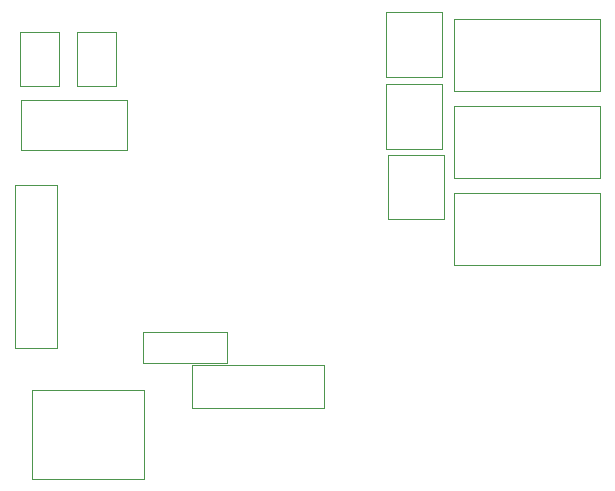
<source format=gbr>
G04 #@! TF.FileFunction,Other,User*
%FSLAX46Y46*%
G04 Gerber Fmt 4.6, Leading zero omitted, Abs format (unit mm)*
G04 Created by KiCad (PCBNEW 4.0.7) date Fri Feb  9 23:36:38 2018*
%MOMM*%
%LPD*%
G01*
G04 APERTURE LIST*
%ADD10C,0.150000*%
%ADD11C,0.050000*%
G04 APERTURE END LIST*
D10*
D11*
X105571000Y-65562000D02*
X105571000Y-62962000D01*
X105571000Y-62962000D02*
X98471000Y-62962000D01*
X98471000Y-62962000D02*
X98471000Y-65562000D01*
X98471000Y-65562000D02*
X105571000Y-65562000D01*
X91312000Y-37558000D02*
X88012000Y-37558000D01*
X88012000Y-37558000D02*
X88012000Y-42158000D01*
X88012000Y-42158000D02*
X91312000Y-42158000D01*
X91312000Y-42158000D02*
X91312000Y-37558000D01*
X96138000Y-37558000D02*
X92838000Y-37558000D01*
X92838000Y-37558000D02*
X92838000Y-42158000D01*
X92838000Y-42158000D02*
X96138000Y-42158000D01*
X96138000Y-42158000D02*
X96138000Y-37558000D01*
X102594000Y-69364000D02*
X113794000Y-69364000D01*
X113794000Y-69364000D02*
X113794000Y-65764000D01*
X113794000Y-65764000D02*
X102594000Y-65764000D01*
X102594000Y-65764000D02*
X102594000Y-69364000D01*
X91208000Y-64284000D02*
X91208000Y-50534000D01*
X91208000Y-50534000D02*
X87608000Y-50534000D01*
X87608000Y-50534000D02*
X87608000Y-64284000D01*
X87608000Y-64284000D02*
X91208000Y-64284000D01*
X124819000Y-36427000D02*
X124819000Y-42577000D01*
X124819000Y-42577000D02*
X137169000Y-42577000D01*
X137169000Y-42577000D02*
X137169000Y-36427000D01*
X137169000Y-36427000D02*
X124819000Y-36427000D01*
X124819000Y-43793000D02*
X124819000Y-49943000D01*
X124819000Y-49943000D02*
X137169000Y-49943000D01*
X137169000Y-49943000D02*
X137169000Y-43793000D01*
X137169000Y-43793000D02*
X124819000Y-43793000D01*
X124819000Y-51159000D02*
X124819000Y-57309000D01*
X124819000Y-57309000D02*
X137169000Y-57309000D01*
X137169000Y-57309000D02*
X137169000Y-51159000D01*
X137169000Y-51159000D02*
X124819000Y-51159000D01*
X119063000Y-41338000D02*
X119063000Y-35878000D01*
X119063000Y-41338000D02*
X123803000Y-41338000D01*
X123803000Y-35878000D02*
X119063000Y-35878000D01*
X123803000Y-35878000D02*
X123803000Y-41338000D01*
X119063000Y-47434000D02*
X119063000Y-41974000D01*
X119063000Y-47434000D02*
X123803000Y-47434000D01*
X123803000Y-41974000D02*
X119063000Y-41974000D01*
X123803000Y-41974000D02*
X123803000Y-47434000D01*
X119190000Y-53403000D02*
X119190000Y-47943000D01*
X119190000Y-53403000D02*
X123930000Y-53403000D01*
X123930000Y-47943000D02*
X119190000Y-47943000D01*
X123930000Y-47943000D02*
X123930000Y-53403000D01*
X89278000Y-67914000D02*
X89028000Y-67914000D01*
X89028000Y-67914000D02*
X89028000Y-68164000D01*
X89278000Y-75414000D02*
X89028000Y-75414000D01*
X89028000Y-75414000D02*
X89028000Y-75164000D01*
X98528000Y-75164000D02*
X98528000Y-75414000D01*
X98528000Y-75414000D02*
X98278000Y-75414000D01*
X98528000Y-68164000D02*
X98528000Y-67914000D01*
X98528000Y-67914000D02*
X98278000Y-67914000D01*
X98278000Y-75414000D02*
X89278000Y-75414000D01*
X98528000Y-68164000D02*
X98528000Y-75164000D01*
X89278000Y-67914000D02*
X98278000Y-67914000D01*
X89028000Y-75164000D02*
X89028000Y-68164000D01*
X88078000Y-43366000D02*
X88078000Y-47566000D01*
X88078000Y-47566000D02*
X97078000Y-47566000D01*
X97078000Y-47566000D02*
X97078000Y-43366000D01*
X97078000Y-43366000D02*
X88078000Y-43366000D01*
M02*

</source>
